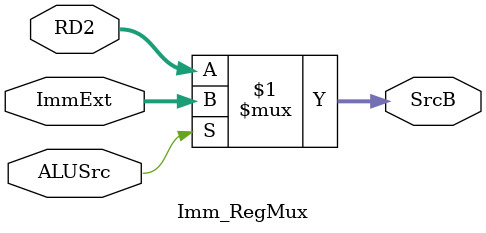
<source format=v>
module Imm_RegMux(RD2,ImmExt,SrcB,ALUSrc);
input [31:0] RD2,ImmExt;
input ALUSrc;
output [31:0] SrcB;
assign SrcB = (ALUSrc) ? ImmExt : RD2;
endmodule
</source>
